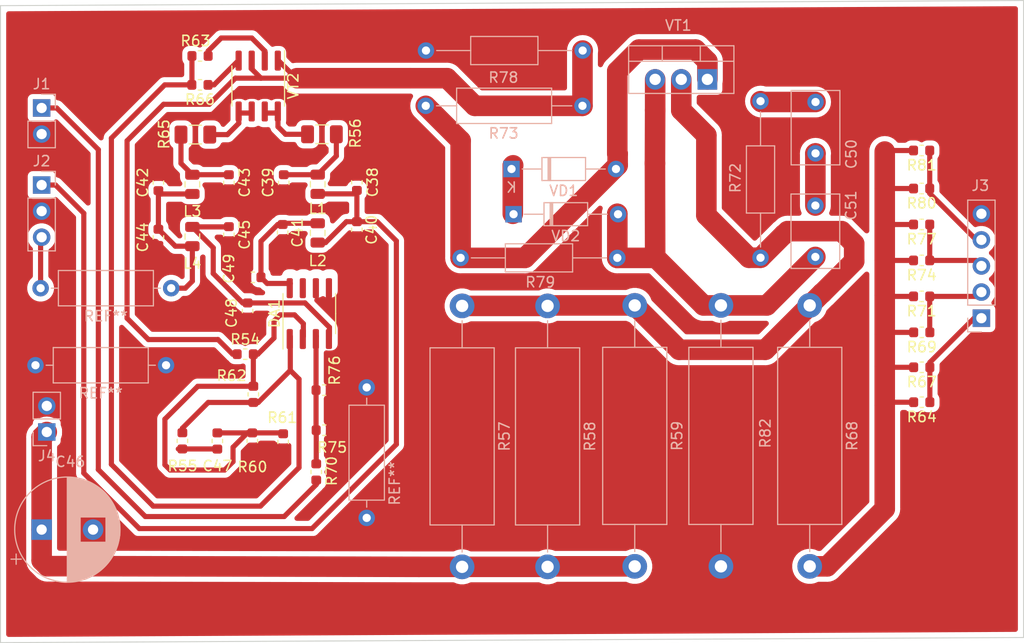
<source format=kicad_pcb>
(kicad_pcb (version 20171130) (host pcbnew "(5.1.5)-3")
  (layers (0 F.Cu signal) (31 B.Cu signal hide) (34 B.Paste user hide) (35 F.Paste user hide) (36 B.SilkS user) (37 F.SilkS user) (38 B.Mask user) (39 F.Mask user hide) (44 Edge.Cuts user))
  (net 0 "")
  (net 1 GND)
  (net 2 /+12V_irf)
  (net 3 /+12V_corr)
  (net 4 /-12V_irf)
  (net 5 /-12V_corr)
  (net 6 "Net-(C47-Pad2)")
  (net 7 "Net-(C47-Pad1)")
  (net 8 "Net-(C50-Pad1)")
  (net 9 "Net-(C51-Pad2)")
  (net 10 "Net-(R57-Pad2)")
  (net 11 "Net-(R64-Pad2)")
  (net 12 "Net-(R73-Pad1)")
  (net 13 "Net-(C50-Pad2)")
  (net 14 /+12V)
  (net 15 /-12V)
  (net 16 /+130V)
  (net 17 /IN)
  (net 18 /b4)
  (net 19 /b3)
  (net 20 /b2)
  (net 21 /b1)
  (net 22 "Net-(DA1-Pad3)")
  (net 23 "Net-(DA1-Pad1)")
  (net 24 "Net-(R54-Pad1)")
  (net 25 "Net-(R56-Pad2)")
  (net 26 "Net-(R63-Pad1)")
  (net 27 "Net-(R65-Pad2)")
  (net 28 "Net-(R66-Pad1)")
  (net 29 "Net-(VD1-Pad1)")
  (module Package_SO:SOIC-8_3.9x4.9mm_P1.27mm (layer F.Cu) (at 47.065 27.325 270)
    (fp_text reference VT2 (at 0 -3.4 90) (layer F.SilkS))
    (fp_text value IRF9952)
    (pad 8 smd roundrect (at 2.475 -1.905 270) (size 1.95 0.6) (layers F.Cu F.Paste F.Mask) (net 25 "Net-(R56-Pad2)"))
    (pad 7 smd roundrect (at 2.475 -0.635 270) (size 1.95 0.6) (layers F.Cu F.Paste F.Mask) (net 25 "Net-(R56-Pad2)"))
    (pad 6 smd roundrect (at 2.475 0.635 270) (size 1.95 0.6) (layers F.Cu F.Paste F.Mask) (net 27 "Net-(R65-Pad2)"))
    (pad 5 smd roundrect (at 2.475 1.905 270) (size 1.95 0.6) (layers F.Cu F.Paste F.Mask) (net 27 "Net-(R65-Pad2)"))
    (pad 4 smd roundrect (at -2.475 1.905 270) (size 1.95 0.6) (layers F.Cu F.Paste F.Mask) (net 28 "Net-(R66-Pad1)"))
    (pad 3 smd roundrect (at -2.475 0.635 270) (size 1.95 0.6) (layers F.Cu F.Paste F.Mask) (net 24 "Net-(R54-Pad1)"))
    (pad 2 smd roundrect (at -2.475 -0.635 270) (size 1.95 0.6) (layers F.Cu F.Paste F.Mask) (net 26 "Net-(R63-Pad1)"))
    (pad 1 smd roundrect (at -2.475 -1.905 270) (size 1.95 0.6) (layers F.Cu F.Paste F.Mask) (net 24 "Net-(R54-Pad1)"))
  )
  (module Diode_THT:D_DO-35_SOD27_P10.16mm_Horizontal (layer B.Cu) (at 71.9 39.8)
    (fp_text reference VD2 (at 5.08 2.12) (layer B.SilkS))
    (fp_text value BZX55)
    (pad 2 thru_hole oval (at 10.16 0) (size 1.6 1.6) (drill 0.8) (layers *.Cu *.Mask) (net 9 "Net-(C51-Pad2)"))
    (pad 1 thru_hole rect (at 0 0) (size 1.6 1.6) (drill 0.8) (layers *.Cu *.Mask) (net 29 "Net-(VD1-Pad1)"))
  )
  (module Diode_THT:D_DO-35_SOD27_P10.16mm_Horizontal (layer B.Cu) (at 71.7 35.4)
    (fp_text reference VD1 (at 5.08 2.12) (layer B.SilkS))
    (fp_text value BZX55)
    (fp_text user K (at 0 1.8) (layer B.SilkS) (effects (justify mirror)))
    (pad 2 thru_hole oval (at 10.16 0) (size 1.6 1.6) (drill 0.8) (layers *.Cu *.Mask) (net 12 "Net-(R73-Pad1)"))
    (pad 1 thru_hole rect (at 0 0) (size 1.6 1.6) (drill 0.8) (layers *.Cu *.Mask) (net 29 "Net-(VD1-Pad1)"))
  )
  (module Package_SO:SOIC-8_3.9x4.9mm_P1.27mm (layer F.Cu) (at 52.035 49.475 90)
    (fp_text reference DA1 (at 0 -3.4 90) (layer F.SilkS))
    (fp_text value AD8056)
    (pad 8 smd roundrect (at 2.475 -1.905 90) (size 1.95 0.6) (layers F.Cu F.Paste F.Mask) (net 3 /+12V_corr))
    (pad 7 smd roundrect (at 2.475 -0.635 90) (size 1.95 0.6) (layers F.Cu F.Paste F.Mask))
    (pad 6 smd roundrect (at 2.475 0.635 90) (size 1.95 0.6) (layers F.Cu F.Paste F.Mask))
    (pad 5 smd roundrect (at 2.475 1.905 90) (size 1.95 0.6) (layers F.Cu F.Paste F.Mask))
    (pad 4 smd roundrect (at -2.475 1.905 90) (size 1.95 0.6) (layers F.Cu F.Paste F.Mask) (net 5 /-12V_corr))
    (pad 3 smd roundrect (at -2.475 0.635 90) (size 1.95 0.6) (layers F.Cu F.Paste F.Mask) (net 22 "Net-(DA1-Pad3)"))
    (pad 2 smd roundrect (at -2.475 -0.635 90) (size 1.95 0.6) (layers F.Cu F.Paste F.Mask) (net 7 "Net-(C47-Pad1)"))
    (pad 1 smd roundrect (at -2.475 -1.905 90) (size 1.95 0.6) (layers F.Cu F.Paste F.Mask) (net 23 "Net-(DA1-Pad1)"))
  )
  (module Capacitor_THT:CP_Radial_D10.0mm_P5.00mm (layer B.Cu) (at 26 70.5)
    (fp_text reference C46 (at 2.79 -6.6 180) (layer B.SilkS))
    (fp_text value C)
    (pad 2 thru_hole circle (at 5 0) (size 2 2) (drill 1) (layers *.Cu *.Mask) (net 1 GND))
    (pad 1 thru_hole rect (at 0 0) (size 2 2) (drill 1) (layers *.Cu *.Mask) (net 16 /+130V))
  )
  (module Resistor_THT:R_Axial_DIN0309_L9.0mm_D3.2mm_P12.70mm_Horizontal (layer B.Cu) (at 25.9 47)
    (fp_text reference REF** (at 6.35 2.72) (layer B.SilkS))
    (fp_text value R_Axial_DIN0309_L9.0mm_D3.2mm_P12.70mm_Horizontal)
    (pad 2 thru_hole oval (at 12.7 0) (size 1.6 1.6) (drill 0.8) (layers *.Cu *.Mask) (net 15 /-12V))
    (pad 1 thru_hole circle (at 0 0) (size 1.6 1.6) (drill 0.8) (layers *.Cu *.Mask) (net 15 /-12V))
  )
  (module Resistor_THT:R_Axial_DIN0309_L9.0mm_D3.2mm_P12.70mm_Horizontal (layer B.Cu) (at 25.4 54.5)
    (fp_text reference REF** (at 6.35 2.72) (layer B.SilkS))
    (fp_text value R_Axial_DIN0309_L9.0mm_D3.2mm_P12.70mm_Horizontal)
    (pad 1 thru_hole circle (at 0 0) (size 1.6 1.6) (drill 0.8) (layers *.Cu *.Mask) (net 1 GND))
    (pad 2 thru_hole oval (at 12.7 0) (size 1.6 1.6) (drill 0.8) (layers *.Cu *.Mask) (net 1 GND))
  )
  (module Resistor_THT:R_Axial_DIN0309_L9.0mm_D3.2mm_P12.70mm_Horizontal (layer B.Cu) (at 57.616078 69.359739 90)
    (fp_text reference REF** (at 3.359739 2.72 90) (layer B.SilkS))
    (fp_text value R_Axial_DIN0309_L9.0mm_D3.2mm_P12.70mm_Horizontal)
    (pad 1 thru_hole circle (at 0 0 90) (size 1.6 1.6) (drill 0.8) (layers *.Cu *.Mask) (net 1 GND))
    (pad 2 thru_hole oval (at 12.7 0 90) (size 1.6 1.6) (drill 0.8) (layers *.Cu *.Mask) (net 1 GND))
  )
  (module Connector_PinHeader_2.54mm:PinHeader_1x05_P2.54mm_Vertical (layer B.Cu) (at 117.4 49.92)
    (fp_text reference J3 (at -0.1 -12.9) (layer B.SilkS))
    (fp_text value Conn_01x05)
    (pad 1 thru_hole rect (at 0 0) (size 1.7 1.7) (drill 1) (layers *.Cu *.Mask) (net 21 /b1))
    (pad 2 thru_hole oval (at 0 -2.54) (size 1.7 1.7) (drill 1) (layers *.Cu *.Mask) (net 20 /b2))
    (pad 3 thru_hole oval (at 0 -5.08) (size 1.7 1.7) (drill 1) (layers *.Cu *.Mask) (net 19 /b3))
    (pad 4 thru_hole oval (at 0 -7.62) (size 1.7 1.7) (drill 1) (layers *.Cu *.Mask) (net 18 /b4))
    (pad 5 thru_hole oval (at 0 -10.16) (size 1.7 1.7) (drill 1) (layers *.Cu *.Mask) (net 1 GND))
  )
  (module Resistor_SMD:R_0603_1608Metric (layer F.Cu) (at 111.5875 33.6 180)
    (fp_text reference R81 (at 0 -1.43) (layer F.SilkS))
    (fp_text value 20)
    (pad 2 smd roundrect (at 0.7875 0 180) (size 0.875 0.95) (layers F.Cu F.Paste F.Mask) (net 11 "Net-(R64-Pad2)"))
    (pad 1 smd roundrect (at -0.7875 0 180) (size 0.875 0.95) (layers F.Cu F.Paste F.Mask) (net 18 /b4))
  )
  (module Resistor_SMD:R_0603_1608Metric (layer F.Cu) (at 111.5875 37.3 180)
    (fp_text reference R80 (at 0 -1.43) (layer F.SilkS))
    (fp_text value 20)
    (pad 2 smd roundrect (at 0.7875 0 180) (size 0.875 0.95) (layers F.Cu F.Paste F.Mask) (net 11 "Net-(R64-Pad2)"))
    (pad 1 smd roundrect (at -0.7875 0 180) (size 0.875 0.95) (layers F.Cu F.Paste F.Mask) (net 18 /b4))
  )
  (module Resistor_SMD:R_0603_1608Metric (layer F.Cu) (at 111.5875 40.8 180)
    (fp_text reference R77 (at 0 -1.43) (layer F.SilkS))
    (fp_text value 20)
    (pad 2 smd roundrect (at 0.7875 0 180) (size 0.875 0.95) (layers F.Cu F.Paste F.Mask) (net 11 "Net-(R64-Pad2)"))
    (pad 1 smd roundrect (at -0.7875 0 180) (size 0.875 0.95) (layers F.Cu F.Paste F.Mask) (net 19 /b3))
  )
  (module Resistor_SMD:R_0603_1608Metric (layer F.Cu) (at 111.5875 44.3 180)
    (fp_text reference R74 (at 0 -1.43) (layer F.SilkS))
    (fp_text value 20)
    (pad 2 smd roundrect (at 0.7875 0 180) (size 0.875 0.95) (layers F.Cu F.Paste F.Mask) (net 11 "Net-(R64-Pad2)"))
    (pad 1 smd roundrect (at -0.7875 0 180) (size 0.875 0.95) (layers F.Cu F.Paste F.Mask) (net 19 /b3))
  )
  (module Resistor_SMD:R_0603_1608Metric (layer F.Cu) (at 111.5875 47.8 180)
    (fp_text reference R71 (at 0 -1.43) (layer F.SilkS))
    (fp_text value 20)
    (pad 2 smd roundrect (at 0.7875 0 180) (size 0.875 0.95) (layers F.Cu F.Paste F.Mask) (net 11 "Net-(R64-Pad2)"))
    (pad 1 smd roundrect (at -0.7875 0 180) (size 0.875 0.95) (layers F.Cu F.Paste F.Mask) (net 20 /b2))
  )
  (module Resistor_SMD:R_0603_1608Metric (layer F.Cu) (at 111.6 51.3 180)
    (fp_text reference R69 (at 0 -1.43) (layer F.SilkS))
    (fp_text value 20)
    (pad 2 smd roundrect (at 0.7875 0 180) (size 0.875 0.95) (layers F.Cu F.Paste F.Mask) (net 11 "Net-(R64-Pad2)"))
    (pad 1 smd roundrect (at -0.7875 0 180) (size 0.875 0.95) (layers F.Cu F.Paste F.Mask) (net 20 /b2))
  )
  (module Resistor_SMD:R_0603_1608Metric (layer F.Cu) (at 111.6 54.7 180)
    (fp_text reference R67 (at 0 -1.43) (layer F.SilkS))
    (fp_text value 20)
    (pad 2 smd roundrect (at 0.7875 0 180) (size 0.875 0.95) (layers F.Cu F.Paste F.Mask) (net 11 "Net-(R64-Pad2)"))
    (pad 1 smd roundrect (at -0.7875 0 180) (size 0.875 0.95) (layers F.Cu F.Paste F.Mask) (net 21 /b1))
  )
  (module Resistor_SMD:R_0603_1608Metric (layer F.Cu) (at 111.6 58.1 180)
    (fp_text reference R64 (at 0 -1.43) (layer F.SilkS))
    (fp_text value 20)
    (pad 2 smd roundrect (at 0.7875 0 180) (size 0.875 0.95) (layers F.Cu F.Paste F.Mask) (net 11 "Net-(R64-Pad2)"))
    (pad 1 smd roundrect (at -0.7875 0 180) (size 0.875 0.95) (layers F.Cu F.Paste F.Mask) (net 21 /b1))
  )
  (module Connector_PinHeader_2.54mm:PinHeader_1x03_P2.54mm_Vertical (layer B.Cu) (at 26 36.96 180)
    (fp_text reference J2 (at 0 2.33) (layer B.SilkS))
    (fp_text value Conn_01x03)
    (pad 3 thru_hole oval (at 0 -5.08 180) (size 1.7 1.7) (drill 1) (layers *.Cu *.Mask) (net 15 /-12V))
    (pad 2 thru_hole oval (at 0 -2.54 180) (size 1.7 1.7) (drill 1) (layers *.Cu *.Mask) (net 1 GND))
    (pad 1 thru_hole rect (at 0 0 180) (size 1.7 1.7) (drill 1) (layers *.Cu *.Mask) (net 14 /+12V))
  )
  (module Inductor_SMD:L_0805_2012Metric (layer F.Cu) (at 40.658 41.9735 270)
    (fp_text reference L4 (at 2.6185 0) (layer F.SilkS))
    (fp_text value "1.8k 100MHz 500mA")
    (pad 2 smd roundrect (at 0.9375 0 270) (size 0.975 1.4) (layers F.Cu F.Paste F.Mask) (net 15 /-12V))
    (pad 1 smd roundrect (at -0.9375 0 270) (size 0.975 1.4) (layers F.Cu F.Paste F.Mask) (net 5 /-12V_corr))
  )
  (module Inductor_SMD:L_0805_2012Metric (layer F.Cu) (at 40.658 36.8935 270)
    (fp_text reference L3 (at 2.6185 0) (layer F.SilkS))
    (fp_text value "1.8k 100MHz 500mA")
    (pad 1 smd roundrect (at -0.9375 0 270) (size 0.975 1.4) (layers F.Cu F.Paste F.Mask) (net 4 /-12V_irf))
    (pad 2 smd roundrect (at 0.9375 0 270) (size 0.975 1.4) (layers F.Cu F.Paste F.Mask) (net 15 /-12V))
  )
  (module Resistor_THT:R_Axial_DIN0309_L9.0mm_D3.2mm_P15.24mm_Horizontal (layer B.Cu) (at 63.36 29.25)
    (fp_text reference R73 (at 7.57 2.68 180) (layer B.SilkS))
    (fp_text value 10)
    (pad 2 thru_hole oval (at 15.24 0) (size 1.6 1.6) (drill 0.8) (layers *.Cu *.Mask) (net 24 "Net-(R54-Pad1)"))
    (pad 1 thru_hole circle (at 0 0) (size 1.6 1.6) (drill 0.8) (layers *.Cu *.Mask) (net 12 "Net-(R73-Pad1)"))
  )
  (module Resistor_THT:R_Axial_DIN0207_L6.3mm_D2.5mm_P15.24mm_Horizontal (layer B.Cu) (at 95.918 44.037 90)
    (fp_text reference R72 (at 7.762 -2.443 270) (layer B.SilkS))
    (fp_text value R)
    (pad 1 thru_hole circle (at 0 0 90) (size 1.6 1.6) (drill 0.8) (layers *.Cu *.Mask) (net 10 "Net-(R57-Pad2)"))
    (pad 2 thru_hole oval (at 15.24 0 90) (size 1.6 1.6) (drill 0.8) (layers *.Cu *.Mask) (net 8 "Net-(C50-Pad1)"))
  )
  (module Resistor_THT:R_Axial_DIN0207_L6.3mm_D2.5mm_P15.24mm_Horizontal (layer B.Cu) (at 66.75 44.05)
    (fp_text reference R79 (at 7.75 2.37) (layer B.SilkS))
    (fp_text value 4k)
    (pad 1 thru_hole circle (at 0 0) (size 1.6 1.6) (drill 0.8) (layers *.Cu *.Mask) (net 12 "Net-(R73-Pad1)"))
    (pad 2 thru_hole oval (at 15.24 0) (size 1.6 1.6) (drill 0.8) (layers *.Cu *.Mask) (net 9 "Net-(C51-Pad2)"))
  )
  (module Resistor_THT:R_Axial_DIN0207_L6.3mm_D2.5mm_P15.24mm_Horizontal (layer B.Cu) (at 78.62 23.87 180)
    (fp_text reference R78 (at 7.71 -2.63 180) (layer B.SilkS))
    (fp_text value 10k)
    (pad 2 thru_hole oval (at 15.24 0 180) (size 1.6 1.6) (drill 0.8) (layers *.Cu *.Mask) (net 1 GND))
    (pad 1 thru_hole circle (at 0 0 180) (size 1.6 1.6) (drill 0.8) (layers *.Cu *.Mask) (net 24 "Net-(R54-Pad1)"))
  )
  (module Resistor_SMD:R_0603_1608Metric (layer F.Cu) (at 41.396416 27.211445 180)
    (fp_text reference R66 (at 0 -1.43) (layer F.SilkS))
    (fp_text value 10)
    (pad 2 smd roundrect (at 0.7875 0 180) (size 0.875 0.95) (layers F.Cu F.Paste F.Mask) (net 23 "Net-(DA1-Pad1)"))
    (pad 1 smd roundrect (at -0.7875 0 180) (size 0.875 0.95) (layers F.Cu F.Paste F.Mask) (net 28 "Net-(R66-Pad1)"))
  )
  (module Package_TO_SOT_THT:TO-220-3_Vertical (layer B.Cu) (at 90.75 26.675 180)
    (fp_text reference VT1 (at 2.825 5.25) (layer B.SilkS))
    (fp_text value IRFB812)
    (pad 1 thru_hole rect (at 0 0 180) (size 1.905 2) (drill 1.1) (layers *.Cu *.Mask) (net 12 "Net-(R73-Pad1)"))
    (pad 2 thru_hole oval (at 2.54 0 180) (size 1.905 2) (drill 1.1) (layers *.Cu *.Mask) (net 10 "Net-(R57-Pad2)"))
    (pad 3 thru_hole oval (at 5.08 0 180) (size 1.905 2) (drill 1.1) (layers *.Cu *.Mask) (net 9 "Net-(C51-Pad2)"))
  )
  (module Resistor_SMD:R_0603_1608Metric (layer F.Cu) (at 46.589 57.3355 90)
    (fp_text reference R62 (at 1.8215 -2.121) (layer F.SilkS))
    (fp_text value 50k)
    (pad 1 smd roundrect (at -0.7875 0 90) (size 0.875 0.95) (layers F.Cu F.Paste F.Mask) (net 23 "Net-(DA1-Pad1)"))
    (pad 2 smd roundrect (at 0.7875 0 90) (size 0.875 0.95) (layers F.Cu F.Paste F.Mask) (net 7 "Net-(C47-Pad1)"))
  )
  (module Capacitor_SMD:C_0603_1608Metric (layer F.Cu) (at 46.544 45.942 180)
    (fp_text reference C49 (at 2.33 0.842 270) (layer F.SilkS))
    (fp_text value uF)
    (pad 2 smd roundrect (at 0.7875 0 180) (size 0.875 0.95) (layers F.Cu F.Paste F.Mask) (net 1 GND))
    (pad 1 smd roundrect (at -0.7875 0 180) (size 0.875 0.95) (layers F.Cu F.Paste F.Mask) (net 3 /+12V_corr))
  )
  (module Capacitor_SMD:C_0603_1608Metric (layer F.Cu) (at 44.214 41.798 270)
    (fp_text reference C45 (at 0 -1.524 90) (layer F.SilkS))
    (fp_text value 1u)
    (pad 1 smd roundrect (at -0.7875 0 270) (size 0.875 0.95) (layers F.Cu F.Paste F.Mask) (net 5 /-12V_corr))
    (pad 2 smd roundrect (at 0.7875 0 270) (size 0.875 0.95) (layers F.Cu F.Paste F.Mask) (net 1 GND))
  )
  (module Resistor_SMD:R_0603_1608Metric (layer F.Cu) (at 53.489 60.823)
    (fp_text reference R75 (at 0.761 1.677) (layer F.SilkS))
    (fp_text value 10k)
    (pad 1 smd roundrect (at -0.7875 0) (size 0.875 0.95) (layers F.Cu F.Paste F.Mask) (net 22 "Net-(DA1-Pad3)"))
    (pad 2 smd roundrect (at 0.7875 0) (size 0.875 0.95) (layers F.Cu F.Paste F.Mask) (net 1 GND))
  )
  (module Capacitor_SMD:C_0603_1608Metric (layer F.Cu) (at 37.356 36.718 90)
    (fp_text reference C42 (at 0 -1.524 -90) (layer F.SilkS))
    (fp_text value 1u)
    (pad 1 smd roundrect (at -0.7875 0 90) (size 0.875 0.95) (layers F.Cu F.Paste F.Mask) (net 15 /-12V))
    (pad 2 smd roundrect (at 0.7875 0 90) (size 0.875 0.95) (layers F.Cu F.Paste F.Mask) (net 1 GND))
  )
  (module Capacitor_SMD:C_0603_1608Metric (layer F.Cu) (at 43.089 61.873 270)
    (fp_text reference C47 (at 2.427 -0.011) (layer F.SilkS))
    (fp_text value 10n)
    (pad 1 smd roundrect (at -0.7875 0 270) (size 0.875 0.95) (layers F.Cu F.Paste F.Mask) (net 7 "Net-(C47-Pad1)"))
    (pad 2 smd roundrect (at 0.7875 0 270) (size 0.875 0.95) (layers F.Cu F.Paste F.Mask) (net 6 "Net-(C47-Pad2)"))
  )
  (module Capacitor_SMD:C_0603_1608Metric (layer F.Cu) (at 46.032 49.2255 270)
    (fp_text reference C48 (at 0.1925 1.564 90) (layer F.SilkS))
    (fp_text value uF)
    (pad 1 smd roundrect (at -0.7875 0 270) (size 0.875 0.95) (layers F.Cu F.Paste F.Mask) (net 5 /-12V_corr))
    (pad 2 smd roundrect (at 0.7875 0 270) (size 0.875 0.95) (layers F.Cu F.Paste F.Mask) (net 1 GND))
  )
  (module Capacitor_SMD:C_0603_1608Metric (layer F.Cu) (at 44.214 36.7435 270)
    (fp_text reference C43 (at -0.0255 -1.524 270) (layer F.SilkS))
    (fp_text value 1u)
    (pad 2 smd roundrect (at 0.7875 0 270) (size 0.875 0.95) (layers F.Cu F.Paste F.Mask) (net 1 GND))
    (pad 1 smd roundrect (at -0.7875 0 270) (size 0.875 0.95) (layers F.Cu F.Paste F.Mask) (net 4 /-12V_irf))
  )
  (module Capacitor_SMD:C_0603_1608Metric (layer F.Cu) (at 37.356 42.052 270)
    (fp_text reference C44 (at 0 1.524 270) (layer F.SilkS))
    (fp_text value 1u)
    (pad 2 smd roundrect (at 0.7875 0 270) (size 0.875 0.95) (layers F.Cu F.Paste F.Mask) (net 1 GND))
    (pad 1 smd roundrect (at -0.7875 0 270) (size 0.875 0.95) (layers F.Cu F.Paste F.Mask) (net 15 /-12V))
  )
  (module Capacitor_SMD:C_0603_1608Metric (layer F.Cu) (at 49.548 36.7435 270)
    (fp_text reference C39 (at -0.0255 1.524 270) (layer F.SilkS))
    (fp_text value 1u)
    (pad 1 smd roundrect (at -0.7875 0 270) (size 0.875 0.95) (layers F.Cu F.Paste F.Mask) (net 2 /+12V_irf))
    (pad 2 smd roundrect (at 0.7875 0 270) (size 0.875 0.95) (layers F.Cu F.Paste F.Mask) (net 1 GND))
  )
  (module Capacitor_SMD:C_0603_1608Metric (layer F.Cu) (at 56.66 36.6925 90)
    (fp_text reference C38 (at 0 1.524 -90) (layer F.SilkS))
    (fp_text value 1u)
    (pad 1 smd roundrect (at -0.7875 0 90) (size 0.875 0.95) (layers F.Cu F.Paste F.Mask) (net 14 /+12V))
    (pad 2 smd roundrect (at 0.7875 0 90) (size 0.875 0.95) (layers F.Cu F.Paste F.Mask) (net 1 GND))
  )
  (module Resistor_SMD:R_0603_1608Metric (layer F.Cu) (at 49.489 61.9605 90)
    (fp_text reference R61 (at 2.3605 -0.089) (layer F.SilkS))
    (fp_text value 1k)
    (pad 1 smd roundrect (at -0.7875 0 90) (size 0.875 0.95) (layers F.Cu F.Paste F.Mask) (net 1 GND))
    (pad 2 smd roundrect (at 0.7875 0 90) (size 0.875 0.95) (layers F.Cu F.Paste F.Mask) (net 7 "Net-(C47-Pad1)"))
  )
  (module Resistor_SMD:R_0603_1608Metric (layer F.Cu) (at 46.489 61.873 90)
    (fp_text reference R60 (at -2.527 0.011) (layer F.SilkS))
    (fp_text value R)
    (pad 1 smd roundrect (at -0.7875 0 90) (size 0.875 0.95) (layers F.Cu F.Paste F.Mask) (net 1 GND))
    (pad 2 smd roundrect (at 0.7875 0 90) (size 0.875 0.95) (layers F.Cu F.Paste F.Mask) (net 7 "Net-(C47-Pad1)"))
  )
  (module Resistor_SMD:R_0603_1608Metric (layer F.Cu) (at 53.4765 56.923)
    (fp_text reference R76 (at 1.0235 -1.923 -270) (layer F.SilkS))
    (fp_text value R)
    (pad 1 smd roundrect (at -0.7875 0) (size 0.875 0.95) (layers F.Cu F.Paste F.Mask) (net 22 "Net-(DA1-Pad3)"))
    (pad 2 smd roundrect (at 0.7875 0) (size 0.875 0.95) (layers F.Cu F.Paste F.Mask) (net 1 GND))
  )
  (module Resistor_SMD:R_0603_1608Metric (layer F.Cu) (at 52.707571 64.888069 270)
    (fp_text reference R70 (at -0.088069 -1.492429 90) (layer F.SilkS))
    (fp_text value 1k)
    (pad 1 smd roundrect (at -0.7875 0 270) (size 0.875 0.95) (layers F.Cu F.Paste F.Mask) (net 22 "Net-(DA1-Pad3)"))
    (pad 2 smd roundrect (at 0.7875 0 270) (size 0.875 0.95) (layers F.Cu F.Paste F.Mask) (net 17 /IN))
  )
  (module Inductor_SMD:L_0805_2012Metric (layer F.Cu) (at 52.85 36.884 270)
    (fp_text reference L1 (at 2.374 0) (layer F.SilkS))
    (fp_text value "1.8k 100MHz 500mA")
    (pad 1 smd roundrect (at -0.9375 0 270) (size 0.975 1.4) (layers F.Cu F.Paste F.Mask) (net 2 /+12V_irf))
    (pad 2 smd roundrect (at 0.9375 0 270) (size 0.975 1.4) (layers F.Cu F.Paste F.Mask) (net 14 /+12V))
  )
  (module Resistor_SMD:R_0603_1608Metric (layer F.Cu) (at 39.689 61.8605 270)
    (fp_text reference R55 (at 2.4395 -0.011) (layer F.SilkS))
    (fp_text value R)
    (pad 1 smd roundrect (at -0.7875 0 270) (size 0.875 0.95) (layers F.Cu F.Paste F.Mask) (net 23 "Net-(DA1-Pad1)"))
    (pad 2 smd roundrect (at 0.7875 0 270) (size 0.875 0.95) (layers F.Cu F.Paste F.Mask) (net 6 "Net-(C47-Pad2)"))
  )
  (module Inductor_SMD:L_0805_2012Metric (layer F.Cu) (at 52.85 41.6225 270)
    (fp_text reference L2 (at 2.7155 0) (layer F.SilkS))
    (fp_text value "1.8k 100MHz 500mA")
    (pad 1 smd roundrect (at -0.9375 0 270) (size 0.975 1.4) (layers F.Cu F.Paste F.Mask) (net 3 /+12V_corr))
    (pad 2 smd roundrect (at 0.9375 0 270) (size 0.975 1.4) (layers F.Cu F.Paste F.Mask) (net 14 /+12V))
  )
  (module Resistor_SMD:R_0603_1608Metric (layer F.Cu) (at 45.8015 53.423)
    (fp_text reference R54 (at 0 -1.43) (layer F.SilkS))
    (fp_text value 10k)
    (pad 1 smd roundrect (at -0.7875 0) (size 0.875 0.95) (layers F.Cu F.Paste F.Mask) (net 24 "Net-(R54-Pad1)"))
    (pad 2 smd roundrect (at 0.7875 0) (size 0.875 0.95) (layers F.Cu F.Paste F.Mask) (net 7 "Net-(C47-Pad1)"))
  )
  (module Connector_PinHeader_2.54mm:PinHeader_1x02_P2.54mm_Vertical (layer B.Cu) (at 26 29.46 180)
    (fp_text reference J1 (at 0 2.33) (layer B.SilkS))
    (fp_text value Conn_01x02)
    (pad 2 thru_hole oval (at 0 -2.54 180) (size 1.7 1.7) (drill 1) (layers *.Cu *.Mask) (net 1 GND))
    (pad 1 thru_hole rect (at 0 0 180) (size 1.7 1.7) (drill 1) (layers *.Cu *.Mask) (net 17 /IN))
  )
  (module Resistor_SMD:R_0603_1608Metric (layer F.Cu) (at 41.4055 24.395 180)
    (fp_text reference R63 (at 0.4435 1.465) (layer F.SilkS))
    (fp_text value 10)
    (pad 1 smd roundrect (at -0.7875 0 180) (size 0.875 0.95) (layers F.Cu F.Paste F.Mask) (net 26 "Net-(R63-Pad1)"))
    (pad 2 smd roundrect (at 0.7875 0 180) (size 0.875 0.95) (layers F.Cu F.Paste F.Mask) (net 23 "Net-(DA1-Pad1)"))
  )
  (module Capacitor_SMD:C_0603_1608Metric (layer F.Cu) (at 49.442 41.5895 270)
    (fp_text reference C41 (at 0 -1.43 90) (layer F.SilkS))
    (fp_text value 1u)
    (pad 1 smd roundrect (at -0.7875 0 270) (size 0.875 0.95) (layers F.Cu F.Paste F.Mask) (net 3 /+12V_corr))
    (pad 2 smd roundrect (at 0.7875 0 270) (size 0.875 0.95) (layers F.Cu F.Paste F.Mask) (net 1 GND))
  )
  (module Capacitor_SMD:C_0603_1608Metric (layer F.Cu) (at 56.66 41.3155 270)
    (fp_text reference C40 (at 0 -1.43 90) (layer F.SilkS))
    (fp_text value 1u)
    (pad 1 smd roundrect (at -0.7875 0 270) (size 0.875 0.95) (layers F.Cu F.Paste F.Mask) (net 14 /+12V))
    (pad 2 smd roundrect (at 0.7875 0 270) (size 0.875 0.95) (layers F.Cu F.Paste F.Mask) (net 1 GND))
  )
  (module Connector_PinHeader_2.54mm:PinHeader_1x02_P2.54mm_Vertical (layer B.Cu) (at 26.5 61)
    (fp_text reference J4 (at 0 2.33 180) (layer B.SilkS))
    (fp_text value Conn_01x02)
    (pad 1 thru_hole rect (at 0 0) (size 1.7 1.7) (drill 1) (layers *.Cu *.Mask) (net 16 /+130V))
    (pad 2 thru_hole oval (at 0 -2.54) (size 1.7 1.7) (drill 1) (layers *.Cu *.Mask) (net 1 GND))
  )
  (module Capacitor_THT:C_Rect_L7.0mm_W4.5mm_P5.00mm (layer B.Cu) (at 101.266999 28.877 270)
    (fp_text reference C50 (at 5.073 -3.483001 270) (layer B.SilkS))
    (fp_text value C)
    (pad 1 thru_hole circle (at 0 0 270) (size 1.6 1.6) (drill 0.8) (layers *.Cu *.Mask) (net 8 "Net-(C50-Pad1)"))
    (pad 2 thru_hole circle (at 5 0 270) (size 1.6 1.6) (drill 0.8) (layers *.Cu *.Mask) (net 13 "Net-(C50-Pad2)"))
  )
  (module Capacitor_THT:C_Rect_L7.0mm_W4.5mm_P5.00mm (layer B.Cu) (at 101.252 38.957 270)
    (fp_text reference C51 (at -0.007 -3.473 270) (layer B.SilkS))
    (fp_text value C)
    (pad 2 thru_hole circle (at 5 0 270) (size 1.6 1.6) (drill 0.8) (layers *.Cu *.Mask) (net 9 "Net-(C51-Pad2)"))
    (pad 1 thru_hole circle (at 0 0 270) (size 1.6 1.6) (drill 0.8) (layers *.Cu *.Mask) (net 13 "Net-(C50-Pad2)"))
  )
  (module Resistor_THT:R_Axial_DIN0617_L17.0mm_D6.0mm_P25.40mm_Horizontal (layer B.Cu) (at 100.70335 74.076024 90)
    (fp_text reference R68 (at 12.7 4.12 270) (layer B.SilkS))
    (fp_text value 30)
    (pad 2 thru_hole oval (at 25.4 0 90) (size 2.4 2.4) (drill 1.2) (layers *.Cu *.Mask) (net 10 "Net-(R57-Pad2)"))
    (pad 1 thru_hole circle (at 0 0 90) (size 2.4 2.4) (drill 1.2) (layers *.Cu *.Mask) (net 11 "Net-(R64-Pad2)"))
  )
  (module Resistor_THT:R_Axial_DIN0617_L17.0mm_D6.0mm_P25.40mm_Horizontal (layer B.Cu) (at 92.06735 48.676024 270)
    (fp_text reference R82 (at 12.446 -4.318 270) (layer B.SilkS))
    (fp_text value 130)
    (pad 1 thru_hole circle (at 0 0 270) (size 2.4 2.4) (drill 1.2) (layers *.Cu *.Mask) (net 9 "Net-(C51-Pad2)"))
    (pad 2 thru_hole oval (at 25.4 0 270) (size 2.4 2.4) (drill 1.2) (layers *.Cu *.Mask) (net 1 GND))
  )
  (module Resistor_THT:R_Axial_DIN0617_L17.0mm_D6.0mm_P25.40mm_Horizontal (layer B.Cu) (at 66.894351 74.125023 90)
    (fp_text reference R57 (at 12.7 4.12 270) (layer B.SilkS))
    (fp_text value 1.8k)
    (pad 2 thru_hole oval (at 25.4 0 90) (size 2.4 2.4) (drill 1.2) (layers *.Cu *.Mask) (net 10 "Net-(R57-Pad2)"))
    (pad 1 thru_hole circle (at 0 0 90) (size 2.4 2.4) (drill 1.2) (layers *.Cu *.Mask) (net 16 /+130V))
  )
  (module Resistor_THT:R_Axial_DIN0617_L17.0mm_D6.0mm_P25.40mm_Horizontal (layer B.Cu) (at 75.206351 74.125023 90)
    (fp_text reference R58 (at 12.7 4.12 270) (layer B.SilkS))
    (fp_text value 1.8k)
    (pad 2 thru_hole oval (at 25.4 0 90) (size 2.4 2.4) (drill 1.2) (layers *.Cu *.Mask) (net 10 "Net-(R57-Pad2)"))
    (pad 1 thru_hole circle (at 0 0 90) (size 2.4 2.4) (drill 1.2) (layers *.Cu *.Mask) (net 16 /+130V))
  )
  (module Resistor_THT:R_Axial_DIN0617_L17.0mm_D6.0mm_P25.40mm_Horizontal (layer B.Cu) (at 83.68535 74.076024 90)
    (fp_text reference R59 (at 12.7 4.12 270) (layer B.SilkS))
    (fp_text value 1.8k)
    (pad 1 thru_hole circle (at 0 0 90) (size 2.4 2.4) (drill 1.2) (layers *.Cu *.Mask) (net 16 /+130V))
    (pad 2 thru_hole oval (at 25.4 0 90) (size 2.4 2.4) (drill 1.2) (layers *.Cu *.Mask) (net 10 "Net-(R57-Pad2)"))
  )
  (module Resistor_SMD:R_1206_3216Metric (layer F.Cu) (at 53.262 32.02 180)
    (fp_text reference R56 (at -3.26 0.09 90) (layer F.SilkS))
    (fp_text value 10)
    (pad 2 smd roundrect (at 1.4 0 180) (size 1.25 1.75) (layers F.Cu F.Paste F.Mask) (roundrect_rratio 0.2) (net 25 "Net-(R56-Pad2)"))
    (pad 1 smd roundrect (at -1.4 0 180) (size 1.25 1.75) (layers F.Cu F.Paste F.Mask) (roundrect_rratio 0.2) (net 2 /+12V_irf))
  )
  (module Resistor_SMD:R_1206_3216Metric (layer F.Cu) (at 40.952 32.05)
    (fp_text reference R65 (at -3.04 -0.03 -270) (layer F.SilkS))
    (fp_text value 10)
    (pad 1 smd roundrect (at -1.4 0) (size 1.25 1.75) (layers F.Cu F.Paste F.Mask) (roundrect_rratio 0.2) (net 4 /-12V_irf))
    (pad 2 smd roundrect (at 1.4 0) (size 1.25 1.75) (layers F.Cu F.Paste F.Mask) (roundrect_rratio 0.2) (net 27 "Net-(R65-Pad2)"))
  )
  (gr_line (start 121.5 81) (end 22 81.5) (layer Edge.Cuts) (width 0.1))
  (gr_line (start 121.5 19) (end 121.5 81) (layer Edge.Cuts) (width 0.1))
  (gr_line (start 22 19.5) (end 121.5 19) (layer Edge.Cuts) (width 0.1))
  (gr_line (start 22 81.5) (end 22 19.5) (layer Edge.Cuts) (width 0.1))
  (segment (start 37.356 35.9305) (end 37.356 31.244) (width 0.5) (layer F.Cu) (net 1))
  (segment (start 38.4 30.2) (end 42.5 30.2) (width 0.5) (layer F.Cu) (net 1))
  (segment (start 37.356 31.244) (end 38.4 30.2) (width 0.5) (layer F.Cu) (net 1))
  (segment (start 27.6 53) (end 27.6 44.8) (width 0.5) (layer F.Cu) (net 1))
  (segment (start 42.5 30.2) (end 44.7 28) (width 0.5) (layer F.Cu) (net 1))
  (segment (start 44.7 28) (end 49.8 28) (width 0.5) (layer F.Cu) (net 1))
  (segment (start 49.8 28) (end 51.2 29.4) (width 0.5) (layer F.Cu) (net 1))
  (segment (start 55.8 44.3) (end 56.66 43.44) (width 1) (layer F.Cu) (net 1))
  (segment (start 51.84 44.3) (end 55.8 44.3) (width 1) (layer F.Cu) (net 1))
  (segment (start 57.777 56.923) (end 58.15 56.55) (width 1) (layer F.Cu) (net 1))
  (segment (start 54.2765 56.9355) (end 54.264 56.923) (width 1) (layer F.Cu) (net 1))
  (segment (start 57.616078 69.359739) (end 56.816079 70.159738) (width 1) (layer F.Cu) (net 1))
  (segment (start 56.816079 70.583921) (end 55.783441 71.616559) (width 1) (layer F.Cu) (net 1))
  (segment (start 56.816079 70.159738) (end 56.816079 70.583921) (width 1) (layer F.Cu) (net 1))
  (segment (start 55.783441 71.616559) (end 32.716559 71.616559) (width 1) (layer F.Cu) (net 1))
  (segment (start 25.4 55.2) (end 27.6 53) (width 0.5) (layer F.Cu) (net 1))
  (segment (start 56.66 42.103) (end 55.603 42.103) (width 0.5) (layer F.Cu) (net 1))
  (segment (start 28.490668 55.490668) (end 28 55) (width 1) (layer F.Cu) (net 1))
  (segment (start 28.490668 65.490668) (end 28.490668 65.990668) (width 1) (layer F.Cu) (net 1))
  (segment (start 28.490668 65.490668) (end 28.490668 55.490668) (width 1) (layer F.Cu) (net 1))
  (segment (start 28.490668 69.490668) (end 28.490668 65.490668) (width 1) (layer F.Cu) (net 1))
  (segment (start 28.490668 65.990668) (end 30.5 68) (width 1) (layer F.Cu) (net 1))
  (segment (start 52.8405 35.956) (end 52.85 35.9465) (width 0.5) (layer F.Cu) (net 2))
  (segment (start 49.548 35.956) (end 52.8405 35.956) (width 0.5) (layer F.Cu) (net 2))
  (segment (start 54.662 34.1345) (end 54.662 32.02) (width 0.5) (layer F.Cu) (net 2))
  (segment (start 52.85 35.9465) (end 54.662 34.1345) (width 0.5) (layer F.Cu) (net 2))
  (segment (start 47.3315 42.4375) (end 47.3315 45.467) (width 0.5) (layer F.Cu) (net 3))
  (segment (start 47.3315 45.467) (end 47.3315 45.942) (width 0.5) (layer F.Cu) (net 3))
  (segment (start 48.967 40.802) (end 47.3315 42.4375) (width 0.5) (layer F.Cu) (net 3))
  (segment (start 49.442 40.802) (end 48.967 40.802) (width 0.5) (layer F.Cu) (net 3))
  (segment (start 47.9275 46.538) (end 47.3315 45.942) (width 0.5) (layer F.Cu) (net 3))
  (segment (start 50.184 46.538) (end 47.9275 46.538) (width 0.5) (layer F.Cu) (net 3))
  (segment (start 49.559 40.685) (end 49.442 40.802) (width 0.5) (layer F.Cu) (net 3))
  (segment (start 52.85 40.685) (end 49.559 40.685) (width 0.5) (layer F.Cu) (net 3))
  (segment (start 40.658 35.956) (end 44.214 35.956) (width 0.5) (layer F.Cu) (net 4))
  (segment (start 39.552 34.85) (end 40.658 35.956) (width 0.5) (layer F.Cu) (net 4))
  (segment (start 39.552 32.05) (end 39.552 34.85) (width 0.5) (layer F.Cu) (net 4))
  (segment (start 44.1885 41.036) (end 44.214 41.0105) (width 0.5) (layer F.Cu) (net 5))
  (segment (start 40.658 41.036) (end 44.1885 41.036) (width 0.5) (layer F.Cu) (net 5))
  (segment (start 40.658 41.036) (end 42.69 43.068) (width 0.5) (layer F.Cu) (net 5))
  (segment (start 45.557 48.438) (end 46.032 48.438) (width 0.5) (layer F.Cu) (net 5))
  (segment (start 42.69 45.571) (end 45.557 48.438) (width 0.5) (layer F.Cu) (net 5))
  (segment (start 42.69 43.068) (end 42.69 45.571) (width 0.5) (layer F.Cu) (net 5))
  (segment (start 53.994 50.813) (end 53.994 51.688) (width 0.5) (layer F.Cu) (net 5))
  (segment (start 51.619 48.438) (end 53.994 50.813) (width 0.5) (layer F.Cu) (net 5))
  (segment (start 46.032 48.438) (end 51.619 48.438) (width 0.5) (layer F.Cu) (net 5))
  (segment (start 39.689 62.648) (end 43.0765 62.648) (width 0.5) (layer F.Cu) (net 6))
  (segment (start 43.0765 62.648) (end 43.089 62.6605) (width 0.5) (layer F.Cu) (net 6))
  (segment (start 39.3015 62.6605) (end 39.289 62.648) (width 0.5) (layer F.Cu) (net 6))
  (segment (start 46.489 61.0855) (end 46.014 61.0855) (width 0.5) (layer F.Cu) (net 7))
  (segment (start 37.989 59.748) (end 41.189 56.548) (width 0.5) (layer F.Cu) (net 7))
  (segment (start 46.014 61.0855) (end 44.614 62.4855) (width 0.5) (layer F.Cu) (net 7))
  (segment (start 46.489 61.0855) (end 43.089 61.0855) (width 0.5) (layer F.Cu) (net 7))
  (segment (start 46.489 61.0855) (end 49.4015 61.0855) (width 0.5) (layer F.Cu) (net 7))
  (segment (start 49.4015 61.0855) (end 49.489 61.173) (width 0.5) (layer F.Cu) (net 7))
  (segment (start 46.589 56.548) (end 46.589 53.423) (width 0.5) (layer F.Cu) (net 7))
  (segment (start 41.189 56.548) (end 46.589 56.548) (width 0.5) (layer F.Cu) (net 7))
  (segment (start 37.989 59.748) (end 37.989 64.189) (width 0.5) (layer F.Cu) (net 7))
  (segment (start 37.989 64.189) (end 38.5 64.7) (width 0.5) (layer F.Cu) (net 7))
  (segment (start 38.5 64.7) (end 43.8 64.7) (width 0.5) (layer F.Cu) (net 7))
  (segment (start 44.614 63.886) (end 44.614 62.4855) (width 0.5) (layer F.Cu) (net 7))
  (segment (start 43.8 64.7) (end 44.614 63.886) (width 0.5) (layer F.Cu) (net 7))
  (segment (start 47.0265 53.423) (end 48.6 51.8495) (width 0.5) (layer F.Cu) (net 7))
  (segment (start 46.589 53.423) (end 47.0265 53.423) (width 0.5) (layer F.Cu) (net 7))
  (segment (start 48.6 51.8495) (end 48.6 50.2) (width 0.5) (layer F.Cu) (net 7))
  (segment (start 48.6 50.2) (end 49.2 49.6) (width 0.5) (layer F.Cu) (net 7))
  (segment (start 49.2 49.6) (end 50.6 49.6) (width 0.5) (layer F.Cu) (net 7))
  (segment (start 51.454 50.454) (end 51.454 51.688) (width 0.5) (layer F.Cu) (net 7))
  (segment (start 50.6 49.6) (end 51.454 50.454) (width 0.5) (layer F.Cu) (net 7))
  (segment (start 95.998 28.877) (end 95.918 28.797) (width 2) (layer F.Cu) (net 8))
  (segment (start 101.266999 28.877) (end 95.998 28.877) (width 2) (layer F.Cu) (net 8))
  (segment (start 96.532976 48.676024) (end 101.252 43.957) (width 2) (layer F.Cu) (net 9))
  (segment (start 92.06735 48.676024) (end 96.532976 48.676024) (width 2) (layer F.Cu) (net 9))
  (segment (start 85.67 29.675) (end 85.67 26.675) (width 2) (layer F.Cu) (net 9))
  (segment (start 92.06735 48.676024) (end 90.370294 48.676024) (width 2) (layer F.Cu) (net 9))
  (segment (start 81.985 44.045) (end 81.99 44.05) (width 2) (layer F.Cu) (net 9))
  (segment (start 90.370294 48.676024) (end 85.67 43.97573) (width 2) (layer F.Cu) (net 9))
  (segment (start 85.67 43.97573) (end 85.65 34.85) (width 2) (layer F.Cu) (net 9))
  (segment (start 85.65 34.85) (end 85.67 29.675) (width 2) (layer F.Cu) (net 9))
  (segment (start 81.99 39.765) (end 81.985 39.76) (width 2) (layer F.Cu) (net 9))
  (segment (start 81.99 44.05) (end 81.99 39.765) (width 2) (layer F.Cu) (net 9))
  (segment (start 85.59573 44.05) (end 85.67 43.97573) (width 2) (layer F.Cu) (net 9))
  (segment (start 81.99 44.05) (end 85.59573 44.05) (width 2) (layer F.Cu) (net 9))
  (segment (start 52.707571 64.100569) (end 52.707571 60.829071) (width 0.5) (layer F.Cu) (net 22))
  (segment (start 52.707571 60.829071) (end 52.7015 60.823) (width 0.5) (layer F.Cu) (net 22))
  (segment (start 52.689 56.923) (end 52.689 60.8105) (width 0.5) (layer F.Cu) (net 22))
  (segment (start 52.689 60.8105) (end 52.7015 60.823) (width 0.5) (layer F.Cu) (net 22))
  (segment (start 52.689 51.723) (end 52.724 51.688) (width 0.5) (layer F.Cu) (net 22))
  (segment (start 52.689 56.923) (end 52.689 51.723) (width 0.5) (layer F.Cu) (net 22))
  (segment (start 39.689 60.6355) (end 39.689 61.073) (width 0.5) (layer F.Cu) (net 23))
  (segment (start 42.2015 58.123) (end 39.689 60.6355) (width 0.5) (layer F.Cu) (net 23))
  (segment (start 46.589 58.123) (end 42.2015 58.123) (width 0.5) (layer F.Cu) (net 23))
  (segment (start 40.618 27.202361) (end 40.608916 27.211445) (width 0.5) (layer F.Cu) (net 23))
  (segment (start 40.618 24.395) (end 40.618 27.202361) (width 0.5) (layer F.Cu) (net 23))
  (segment (start 47.064 58.123) (end 46.589 58.123) (width 0.5) (layer F.Cu) (net 23))
  (segment (start 50.184 55.003) (end 47.064 58.123) (width 0.5) (layer F.Cu) (net 23))
  (segment (start 50.184 51.688) (end 50.184 55.003) (width 0.5) (layer F.Cu) (net 23))
  (segment (start 40.608916 27.211445) (end 40.171416 27.211445) (width 0.5) (layer F.Cu) (net 23))
  (segment (start 51.034 55.853) (end 50.184 55.003) (width 0.5) (layer F.Cu) (net 23))
  (segment (start 51.034 64.462) (end 51.034 55.853) (width 0.5) (layer F.Cu) (net 23))
  (segment (start 47.282 68.214) (end 51.034 64.462) (width 0.5) (layer F.Cu) (net 23))
  (segment (start 37.972555 27.211445) (end 32.784 32.4) (width 0.5) (layer F.Cu) (net 23))
  (segment (start 40.608916 27.211445) (end 37.972555 27.211445) (width 0.5) (layer F.Cu) (net 23))
  (segment (start 32.784 32.4) (end 32.784 64.15) (width 0.5) (layer F.Cu) (net 23))
  (segment (start 32.784 64.15) (end 36.848 68.214) (width 0.5) (layer F.Cu) (net 23))
  (segment (start 36.848 68.214) (end 47.282 68.214) (width 0.5) (layer F.Cu) (net 23))
  (segment (start 48.975675 29.962691) (end 48.985455 29.952911) (width 0.5) (layer F.Cu) (net 25))
  (segment (start 47.715455 29.952911) (end 48.985455 29.952911) (width 0.5) (layer F.Cu) (net 25))
  (segment (start 51.862 32.02) (end 49.722 32.02) (width 0.5) (layer F.Cu) (net 25))
  (segment (start 48.985455 31.283455) (end 48.985455 29.952911) (width 0.5) (layer F.Cu) (net 25))
  (segment (start 49.722 32.02) (end 48.985455 31.283455) (width 0.5) (layer F.Cu) (net 25))
  (segment (start 45.185235 29.962691) (end 45.175455 29.952911) (width 0.5) (layer F.Cu) (net 27))
  (segment (start 45.175455 29.952911) (end 46.445455 29.952911) (width 0.5) (layer F.Cu) (net 27))
  (segment (start 42.352 32.05) (end 44.072 32.05) (width 0.5) (layer F.Cu) (net 27))
  (segment (start 45.175455 30.946545) (end 45.175455 29.952911) (width 0.5) (layer F.Cu) (net 27))
  (segment (start 44.072 32.05) (end 45.175455 30.946545) (width 0.5) (layer F.Cu) (net 27))
  (segment (start 45.190555 24.787811) (end 45.175455 24.802911) (width 0.25) (layer F.Cu) (net 28))
  (segment (start 42.199016 27.226545) (end 42.183916 27.211445) (width 0.5) (layer F.Cu) (net 28))
  (segment (start 42.766921 27.211445) (end 45.175455 24.802911) (width 0.5) (layer F.Cu) (net 28))
  (segment (start 42.183916 27.211445) (end 42.766921 27.211445) (width 0.5) (layer F.Cu) (net 28))
  (segment (start 78.6 23.89) (end 78.62 23.87) (width 2) (layer F.Cu) (net 24))
  (segment (start 78.6 29.25) (end 78.6 23.89) (width 2) (layer F.Cu) (net 24))
  (segment (start 78.6 29.25) (end 68.12 29.25) (width 2) (layer F.Cu) (net 24))
  (segment (start 68.12 29.25) (end 65.43 26.56) (width 2) (layer F.Cu) (net 24))
  (segment (start 61.874 26.56) (end 65.43 26.56) (width 2) (layer F.Cu) (net 24))
  (segment (start 44.84 26.56) (end 42.3 29.1) (width 0.5) (layer F.Cu) (net 24))
  (segment (start 42.3 29.1) (end 37.862 29.1) (width 0.5) (layer F.Cu) (net 24))
  (segment (start 34.308 32.654) (end 34.308 49.926) (width 0.5) (layer F.Cu) (net 24))
  (segment (start 37.862 29.1) (end 34.308 32.654) (width 0.5) (layer F.Cu) (net 24))
  (segment (start 44.5765 53.423) (end 43.1535 52) (width 0.5) (layer F.Cu) (net 24))
  (segment (start 45.014 53.423) (end 44.5765 53.423) (width 0.5) (layer F.Cu) (net 24))
  (segment (start 36.382 52) (end 34.308 49.926) (width 0.5) (layer F.Cu) (net 24))
  (segment (start 43.1535 52) (end 36.382 52) (width 0.5) (layer F.Cu) (net 24))
  (segment (start 50.742544 26.56) (end 48.985455 24.802911) (width 0.5) (layer F.Cu) (net 24))
  (segment (start 50.84 26.56) (end 50.742544 26.56) (width 0.5) (layer F.Cu) (net 24))
  (segment (start 47.327544 26.56) (end 50.84 26.56) (width 0.5) (layer F.Cu) (net 24))
  (segment (start 46.445455 25.677911) (end 47.327544 26.56) (width 0.5) (layer F.Cu) (net 24))
  (segment (start 46.445455 24.802911) (end 46.445455 25.677911) (width 0.5) (layer F.Cu) (net 24))
  (segment (start 47.327544 26.56) (end 44.84 26.56) (width 0.5) (layer F.Cu) (net 24))
  (segment (start 61.874 26.56) (end 50.84 26.56) (width 2) (layer F.Cu) (net 24))
  (segment (start 42.193 23.92) (end 43.463 22.65) (width 0.5) (layer F.Cu) (net 26))
  (segment (start 42.193 24.395) (end 42.193 23.92) (width 0.5) (layer F.Cu) (net 26))
  (segment (start 47.715455 23.927911) (end 47.715455 24.802911) (width 0.5) (layer F.Cu) (net 26))
  (segment (start 46.437544 22.65) (end 47.715455 23.927911) (width 0.5) (layer F.Cu) (net 26))
  (segment (start 43.463 22.65) (end 46.437544 22.65) (width 0.5) (layer F.Cu) (net 26))
  (segment (start 66.894351 48.725023) (end 75.206351 48.725023) (width 2) (layer F.Cu) (net 10))
  (segment (start 75.25535 48.676024) (end 75.206351 48.725023) (width 2) (layer F.Cu) (net 10))
  (segment (start 83.68535 48.676024) (end 75.25535 48.676024) (width 2) (layer F.Cu) (net 10))
  (segment (start 96.38535 52.994024) (end 100.70335 48.676024) (width 2) (layer F.Cu) (net 10))
  (segment (start 83.68535 48.676024) (end 88.00335 52.994024) (width 2) (layer F.Cu) (net 10))
  (segment (start 88.00335 52.994024) (end 96.38535 52.994024) (width 2) (layer F.Cu) (net 10))
  (segment (start 98.198008 41.756992) (end 98.243008 41.756992) (width 2) (layer F.Cu) (net 10))
  (segment (start 95.918 44.037) (end 98.198008 41.756992) (width 2) (layer F.Cu) (net 10))
  (segment (start 98.243008 41.756992) (end 98.55 41.45) (width 2) (layer F.Cu) (net 10))
  (segment (start 98.55 41.45) (end 103.8 41.45) (width 2) (layer F.Cu) (net 10))
  (segment (start 101.903349 47.476025) (end 101.923975 47.476025) (width 2) (layer F.Cu) (net 10))
  (segment (start 100.70335 48.676024) (end 101.903349 47.476025) (width 2) (layer F.Cu) (net 10))
  (segment (start 101.923975 47.476025) (end 105.025 44.375) (width 2) (layer F.Cu) (net 10))
  (segment (start 105.025 42.675) (end 103.8 41.45) (width 2) (layer F.Cu) (net 10))
  (segment (start 105.025 44.375) (end 105.025 42.675) (width 2) (layer F.Cu) (net 10))
  (segment (start 88.21 29.675) (end 90.65 32.115) (width 2) (layer F.Cu) (net 10))
  (segment (start 88.21 26.675) (end 88.21 29.675) (width 2) (layer F.Cu) (net 10))
  (segment (start 90.65 32.115) (end 90.65 39.90037) (width 2) (layer F.Cu) (net 10))
  (segment (start 94.78663 44.037) (end 90.65 39.90037) (width 2) (layer F.Cu) (net 10))
  (segment (start 95.918 44.037) (end 94.78663 44.037) (width 2) (layer F.Cu) (net 10))
  (segment (start 100.70335 74.076024) (end 100.95735 74.076024) (width 2) (layer F.Cu) (net 11))
  (segment (start 102.400406 74.076024) (end 108 68.47643) (width 2) (layer F.Cu) (net 11))
  (segment (start 100.70335 74.076024) (end 102.400406 74.076024) (width 2) (layer F.Cu) (net 11))
  (segment (start 108.1 33.6) (end 110.8 33.6) (width 0.5) (layer F.Cu) (net 11))
  (segment (start 108 33.7) (end 108.1 33.6) (width 0.5) (layer F.Cu) (net 11))
  (segment (start 108 37.3) (end 110.8 37.3) (width 0.5) (layer F.Cu) (net 11))
  (segment (start 108 37.3) (end 108 33.7) (width 2) (layer F.Cu) (net 11))
  (segment (start 108.1 40.8) (end 110.8 40.8) (width 0.5) (layer F.Cu) (net 11))
  (segment (start 108 40.7) (end 108.1 40.8) (width 0.5) (layer F.Cu) (net 11))
  (segment (start 108 40.7) (end 108 37.3) (width 2) (layer F.Cu) (net 11))
  (segment (start 108 44.3) (end 110.8 44.3) (width 0.5) (layer F.Cu) (net 11))
  (segment (start 108 44.3) (end 108 40.7) (width 2) (layer F.Cu) (net 11))
  (segment (start 108.1 47.8) (end 110.8 47.8) (width 0.5) (layer F.Cu) (net 11))
  (segment (start 108 47.7) (end 108.1 47.8) (width 0.5) (layer F.Cu) (net 11))
  (segment (start 108 47.7) (end 108 44.3) (width 2) (layer F.Cu) (net 11))
  (segment (start 108 51.5) (end 108 47.7) (width 2) (layer F.Cu) (net 11))
  (segment (start 108.2 51.3) (end 110.8125 51.3) (width 0.5) (layer F.Cu) (net 11))
  (segment (start 108 51.5) (end 108.2 51.3) (width 0.5) (layer F.Cu) (net 11))
  (segment (start 108.1 54.7) (end 110.8125 54.7) (width 0.5) (layer F.Cu) (net 11))
  (segment (start 108 54.6) (end 108.1 54.7) (width 0.5) (layer F.Cu) (net 11))
  (segment (start 108 54.6) (end 108 51.5) (width 2) (layer F.Cu) (net 11))
  (segment (start 108 58.4) (end 108.3 58.1) (width 0.5) (layer F.Cu) (net 11))
  (segment (start 108 58.4) (end 108 54.6) (width 2) (layer F.Cu) (net 11))
  (segment (start 108.3 58.1) (end 110.8125 58.1) (width 0.5) (layer F.Cu) (net 11))
  (segment (start 108 68.47643) (end 108 58.4) (width 2) (layer F.Cu) (net 11))
  (segment (start 90.75 26.675) (end 90.75 24.925) (width 2) (layer F.Cu) (net 12))
  (segment (start 90.75 24.925) (end 89.6 23.775) (width 2) (layer F.Cu) (net 12))
  (segment (start 84.1 23.775) (end 81.985 25.89) (width 2) (layer F.Cu) (net 12))
  (segment (start 89.6 23.775) (end 84.1 23.775) (width 2) (layer F.Cu) (net 12))
  (segment (start 66.75 32.64) (end 63.36 29.25) (width 2) (layer F.Cu) (net 12))
  (segment (start 66.75 44.05) (end 66.75 32.64) (width 2) (layer F.Cu) (net 12))
  (segment (start 82.02 33.90863) (end 81.985 33.87363) (width 2) (layer F.Cu) (net 12))
  (segment (start 81.985 33.87363) (end 81.985 25.89) (width 2) (layer F.Cu) (net 12))
  (segment (start 82.02 35.04) (end 82.02 33.90863) (width 2) (layer F.Cu) (net 12))
  (segment (start 73.01 44.05) (end 82.02 35.04) (width 2) (layer F.Cu) (net 12))
  (segment (start 66.75 44.05) (end 73.01 44.05) (width 2) (layer F.Cu) (net 12))
  (segment (start 71.825 35.075) (end 71.86 35.04) (width 2) (layer F.Cu) (net 29))
  (segment (start 71.825 39.76) (end 71.825 35.075) (width 2) (layer F.Cu) (net 29))
  (segment (start 101.252 33.891999) (end 101.266999 33.877) (width 2) (layer F.Cu) (net 13))
  (segment (start 101.252 38.957) (end 101.252 33.891999) (width 2) (layer F.Cu) (net 13))
  (segment (start 52.85 42.56) (end 53.612 42.56) (width 0.5) (layer F.Cu) (net 14))
  (segment (start 56.66 40.528) (end 56.66 37.48) (width 0.5) (layer F.Cu) (net 14))
  (segment (start 56.3185 37.8215) (end 56.66 37.48) (width 0.5) (layer F.Cu) (net 14))
  (segment (start 52.85 37.8215) (end 56.3185 37.8215) (width 0.5) (layer F.Cu) (net 14))
  (segment (start 55.644 40.528) (end 56.66 40.528) (width 0.5) (layer F.Cu) (net 14))
  (segment (start 53.612 42.56) (end 55.644 40.528) (width 0.5) (layer F.Cu) (net 14))
  (segment (start 30.1 39.71) (end 27.35 36.96) (width 0.5) (layer F.Cu) (net 14))
  (segment (start 30.1 65) (end 30.1 39.71) (width 0.5) (layer F.Cu) (net 14))
  (segment (start 27.35 36.96) (end 26 36.96) (width 0.5) (layer F.Cu) (net 14))
  (segment (start 35.5 70.4) (end 30.1 65) (width 0.5) (layer F.Cu) (net 14))
  (segment (start 56.66 40.528) (end 58.628 40.528) (width 0.5) (layer F.Cu) (net 14))
  (segment (start 60.5 42.4) (end 60.5 62.2) (width 0.5) (layer F.Cu) (net 14))
  (segment (start 60.5 62.2) (end 52.3 70.4) (width 0.5) (layer F.Cu) (net 14))
  (segment (start 58.628 40.528) (end 60.5 42.4) (width 0.5) (layer F.Cu) (net 14))
  (segment (start 52.3 70.4) (end 35.5 70.4) (width 0.5) (layer F.Cu) (net 14))
  (segment (start 39.0025 42.911) (end 37.356 41.2645) (width 0.5) (layer F.Cu) (net 15))
  (segment (start 40.658 42.911) (end 39.0025 42.911) (width 0.5) (layer F.Cu) (net 15))
  (segment (start 37.6815 37.831) (end 37.356 37.5055) (width 0.5) (layer F.Cu) (net 15))
  (segment (start 40.658 37.831) (end 37.6815 37.831) (width 0.5) (layer F.Cu) (net 15))
  (segment (start 37.356 41.2645) (end 37.356 37.5055) (width 0.5) (layer F.Cu) (net 15))
  (segment (start 39.97137 47) (end 38.6 47) (width 0.5) (layer F.Cu) (net 15))
  (segment (start 40.658 42.911) (end 40.658 46.31337) (width 0.5) (layer F.Cu) (net 15))
  (segment (start 40.658 46.31337) (end 39.97137 47) (width 0.5) (layer F.Cu) (net 15))
  (segment (start 25.9 42.14) (end 26 42.04) (width 0.5) (layer F.Cu) (net 15))
  (segment (start 25.9 47) (end 25.9 42.14) (width 0.5) (layer F.Cu) (net 15))
  (segment (start 66.894351 74.125023) (end 75.206351 74.125023) (width 2) (layer F.Cu) (net 16))
  (segment (start 75.25535 74.076024) (end 75.206351 74.125023) (width 2) (layer F.Cu) (net 16))
  (segment (start 83.68535 74.076024) (end 75.25535 74.076024) (width 2) (layer F.Cu) (net 16))
  (segment (start 62.694351 74.125023) (end 66.894351 74.125023) (width 2) (layer F.Cu) (net 16))
  (segment (start 30.244 74.056) (end 62.694351 74.125023) (width 2) (layer F.Cu) (net 16))
  (segment (start 26.556 74.056) (end 30.244 74.056) (width 2) (layer F.Cu) (net 16))
  (segment (start 26 73.5) (end 26.556 74.056) (width 2) (layer F.Cu) (net 16))
  (segment (start 26 70.5) (end 26 73.5) (width 2) (layer F.Cu) (net 16))
  (segment (start 26 61.5) (end 26.5 61) (width 2) (layer F.Cu) (net 16))
  (segment (start 26 70.5) (end 26 61.5) (width 2) (layer F.Cu) (net 16))
  (segment (start 52.707571 66.113069) (end 49.59064 69.23) (width 0.5) (layer F.Cu) (net 17))
  (segment (start 49.59064 69.23) (end 36.086 69.23) (width 0.5) (layer F.Cu) (net 17))
  (segment (start 52.707571 65.675569) (end 52.707571 66.113069) (width 0.5) (layer F.Cu) (net 17))
  (segment (start 36.086 69.23) (end 31.514 64.658) (width 0.5) (layer F.Cu) (net 17))
  (segment (start 31.514 64.658) (end 31.514 33.514) (width 0.5) (layer F.Cu) (net 17))
  (segment (start 27.46 29.46) (end 26 29.46) (width 0.5) (layer F.Cu) (net 17))
  (segment (start 31.514 33.514) (end 27.46 29.46) (width 0.5) (layer F.Cu) (net 17))
  (segment (start 112.375 33.6) (end 112.375 37.3) (width 0.5) (layer F.Cu) (net 18))
  (segment (start 112.375 37.3) (end 112.375 37.775) (width 0.5) (layer F.Cu) (net 18))
  (segment (start 116.9 42.3) (end 117.4 42.3) (width 0.5) (layer F.Cu) (net 18))
  (segment (start 112.375 37.775) (end 116.9 42.3) (width 0.5) (layer F.Cu) (net 18))
  (segment (start 112.375 40.8) (end 112.375 44.3) (width 0.5) (layer F.Cu) (net 19))
  (segment (start 116.86 44.3) (end 117.4 44.84) (width 0.5) (layer F.Cu) (net 19))
  (segment (start 112.375 44.3) (end 116.86 44.3) (width 0.5) (layer F.Cu) (net 19))
  (segment (start 112.375 51.2875) (end 112.3875 51.3) (width 0.5) (layer F.Cu) (net 20))
  (segment (start 112.375 47.8) (end 112.375 51.2875) (width 0.5) (layer F.Cu) (net 20))
  (segment (start 116.98 47.8) (end 117.4 47.38) (width 0.5) (layer F.Cu) (net 20))
  (segment (start 112.375 47.8) (end 116.98 47.8) (width 0.5) (layer F.Cu) (net 20))
  (segment (start 112.3875 58.1) (end 112.3875 54.7) (width 0.5) (layer F.Cu) (net 21))
  (segment (start 112.3875 54.7) (end 112.3875 54.225) (width 0.5) (layer F.Cu) (net 21))
  (segment (start 116.6925 49.92) (end 117.4 49.92) (width 0.5) (layer F.Cu) (net 21))
  (segment (start 112.3875 54.225) (end 116.6925 49.92) (width 0.5) (layer F.Cu) (net 21))
  (zone (net 1) (net_name GND) (layer F.Cu) (connect_pads yes (clearance 0.501)) (min_thickness 0.5) (fill yes (arc_segments 32) (thermal_gap 0.501) (thermal_bridge_width 0.501) (smoothing fillet))
    (polygon (pts (xy 121.5 81) (xy 22 81.5) (xy 22 19.5) (xy 121.5 19)))
  )
)
</source>
